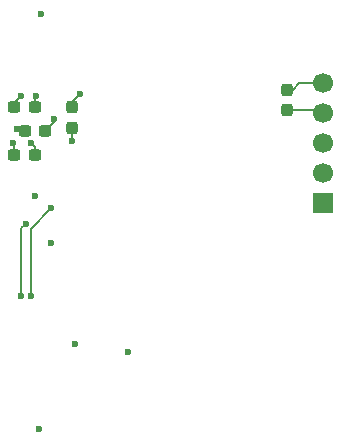
<source format=gbr>
%TF.GenerationSoftware,KiCad,Pcbnew,9.0.6*%
%TF.CreationDate,2025-12-28T22:24:58-08:00*%
%TF.ProjectId,neodrone-v1,6e656f64-726f-46e6-952d-76312e6b6963,rev?*%
%TF.SameCoordinates,Original*%
%TF.FileFunction,Copper,L4,Bot*%
%TF.FilePolarity,Positive*%
%FSLAX46Y46*%
G04 Gerber Fmt 4.6, Leading zero omitted, Abs format (unit mm)*
G04 Created by KiCad (PCBNEW 9.0.6) date 2025-12-28 22:24:58*
%MOMM*%
%LPD*%
G01*
G04 APERTURE LIST*
G04 Aperture macros list*
%AMRoundRect*
0 Rectangle with rounded corners*
0 $1 Rounding radius*
0 $2 $3 $4 $5 $6 $7 $8 $9 X,Y pos of 4 corners*
0 Add a 4 corners polygon primitive as box body*
4,1,4,$2,$3,$4,$5,$6,$7,$8,$9,$2,$3,0*
0 Add four circle primitives for the rounded corners*
1,1,$1+$1,$2,$3*
1,1,$1+$1,$4,$5*
1,1,$1+$1,$6,$7*
1,1,$1+$1,$8,$9*
0 Add four rect primitives between the rounded corners*
20,1,$1+$1,$2,$3,$4,$5,0*
20,1,$1+$1,$4,$5,$6,$7,0*
20,1,$1+$1,$6,$7,$8,$9,0*
20,1,$1+$1,$8,$9,$2,$3,0*%
G04 Aperture macros list end*
%TA.AperFunction,SMDPad,CuDef*%
%ADD10RoundRect,0.237500X-0.237500X0.300000X-0.237500X-0.300000X0.237500X-0.300000X0.237500X0.300000X0*%
%TD*%
%TA.AperFunction,SMDPad,CuDef*%
%ADD11RoundRect,0.237500X0.300000X0.237500X-0.300000X0.237500X-0.300000X-0.237500X0.300000X-0.237500X0*%
%TD*%
%TA.AperFunction,SMDPad,CuDef*%
%ADD12RoundRect,0.237500X-0.300000X-0.237500X0.300000X-0.237500X0.300000X0.237500X-0.300000X0.237500X0*%
%TD*%
%TA.AperFunction,ComponentPad*%
%ADD13C,1.700000*%
%TD*%
%TA.AperFunction,ComponentPad*%
%ADD14R,1.700000X1.700000*%
%TD*%
%TA.AperFunction,SMDPad,CuDef*%
%ADD15RoundRect,0.237500X0.237500X-0.300000X0.237500X0.300000X-0.237500X0.300000X-0.237500X-0.300000X0*%
%TD*%
%TA.AperFunction,ViaPad*%
%ADD16C,0.600000*%
%TD*%
%TA.AperFunction,Conductor*%
%ADD17C,0.200000*%
%TD*%
G04 APERTURE END LIST*
D10*
%TO.P,C5,1*%
%TO.N,+3V3*%
X154275000Y-90000000D03*
%TO.P,C5,2*%
%TO.N,GND*%
X154275000Y-91725000D03*
%TD*%
D11*
%TO.P,C2,2*%
%TO.N,GND*%
X149412500Y-94000000D03*
%TO.P,C2,1*%
%TO.N,+3V3*%
X151137500Y-94000000D03*
%TD*%
D12*
%TO.P,C3,2*%
%TO.N,GND*%
X152000000Y-92000000D03*
%TO.P,C3,1*%
%TO.N,+3V3*%
X150275000Y-92000000D03*
%TD*%
D11*
%TO.P,C4,1*%
%TO.N,+3V3*%
X151137500Y-90000000D03*
%TO.P,C4,2*%
%TO.N,GND*%
X149412500Y-90000000D03*
%TD*%
D13*
%TO.P,J1,5,GND*%
%TO.N,GND*%
X175500000Y-87960000D03*
%TO.P,J1,4,3V3*%
%TO.N,+3V3*%
X175500000Y-90500000D03*
%TO.P,J1,3,RESET*%
%TO.N,Net-(J1-RESET)*%
X175500000Y-93040000D03*
%TO.P,J1,2,SWCLK*%
%TO.N,Net-(J1-SWCLK)*%
X175500000Y-95580000D03*
D14*
%TO.P,J1,1,SWDIO*%
%TO.N,Net-(J1-SWDIO)*%
X175500000Y-98120000D03*
%TD*%
D15*
%TO.P,C6,1*%
%TO.N,+3V3*%
X172500000Y-90225000D03*
%TO.P,C6,2*%
%TO.N,GND*%
X172500000Y-88500000D03*
%TD*%
D16*
%TO.N,IMU_SCK*%
X152500000Y-98500000D03*
%TO.N,IMU_MOSI*%
X150349998Y-99849998D03*
%TO.N,IMU_SCK*%
X150800003Y-106000000D03*
%TO.N,IMU_MOSI*%
X150000000Y-106000000D03*
%TO.N,+3V3*%
X152500000Y-101500000D03*
X151152290Y-97482060D03*
X154500000Y-110000000D03*
%TO.N,GND*%
X154275000Y-92862500D03*
X150000000Y-89000000D03*
X159000000Y-110703125D03*
X151500000Y-117214047D03*
%TO.N,+3V3*%
X150775000Y-93000000D03*
%TO.N,GND*%
X152775000Y-91000000D03*
%TO.N,+3V3*%
X151275000Y-89000000D03*
X149637500Y-91862500D03*
%TO.N,GND*%
X149275000Y-93000000D03*
X151671083Y-82116356D03*
%TO.N,+3V3*%
X154977812Y-88860278D03*
%TO.N,GND*%
X175500000Y-87960000D03*
%TD*%
D17*
%TO.N,IMU_MOSI*%
X150000000Y-100199997D02*
X150000000Y-106000000D01*
X150349998Y-99849998D02*
X150000000Y-100199997D01*
%TO.N,+3V3*%
X149775000Y-92000000D02*
X150275000Y-92000000D01*
X149637500Y-91862500D02*
X149775000Y-92000000D01*
%TO.N,IMU_SCK*%
X150800003Y-106000000D02*
X150800003Y-100249937D01*
X150800003Y-100249937D02*
X152500000Y-98549940D01*
X152500000Y-98549940D02*
X152500000Y-98500000D01*
%TO.N,+3V3*%
X154275000Y-90000000D02*
X154275000Y-89563090D01*
X154275000Y-89563090D02*
X154977812Y-88860278D01*
%TO.N,GND*%
X149412500Y-90000000D02*
X149412500Y-89587500D01*
X149412500Y-89587500D02*
X150000000Y-89000000D01*
%TO.N,+3V3*%
X154977812Y-88860278D02*
X154914722Y-88860278D01*
X172500000Y-90225000D02*
X175225000Y-90225000D01*
X175225000Y-90225000D02*
X175500000Y-90500000D01*
%TO.N,GND*%
X172500000Y-88500000D02*
X173000000Y-88500000D01*
X173000000Y-88500000D02*
X173540000Y-87960000D01*
X173540000Y-87960000D02*
X175500000Y-87960000D01*
X149412500Y-94000000D02*
X149412500Y-93137500D01*
X149412500Y-93137500D02*
X149275000Y-93000000D01*
X154275000Y-92862500D02*
X154275000Y-91725000D01*
X152775000Y-91225000D02*
X152000000Y-92000000D01*
X152775000Y-91000000D02*
X152775000Y-91225000D01*
%TO.N,+3V3*%
X151137500Y-89137500D02*
X151275000Y-89000000D01*
X151137500Y-90000000D02*
X151137500Y-89137500D01*
X151137500Y-94000000D02*
X151137500Y-93362500D01*
X151137500Y-93362500D02*
X150775000Y-93000000D01*
%TD*%
M02*

</source>
